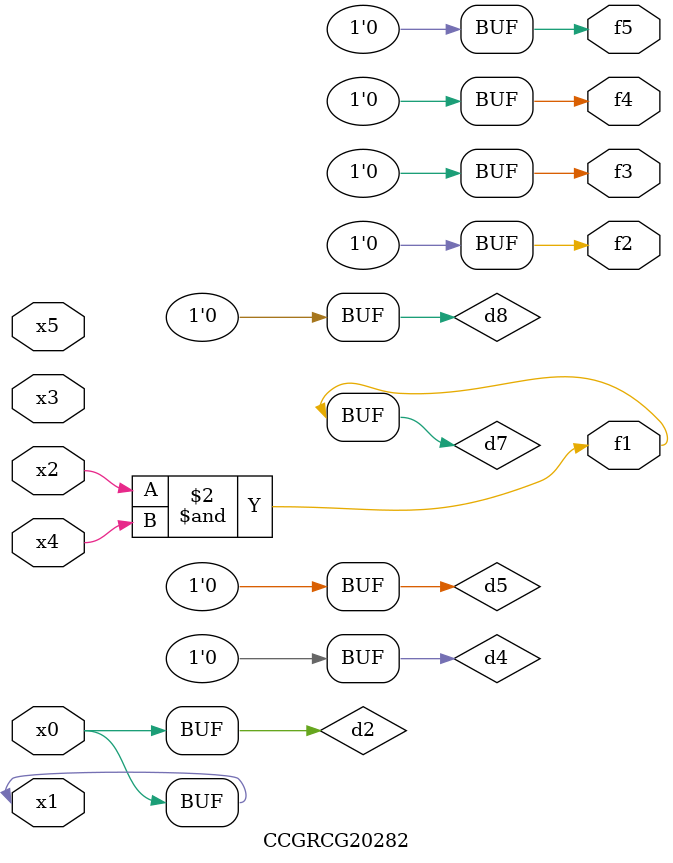
<source format=v>
module CCGRCG20282(
	input x0, x1, x2, x3, x4, x5,
	output f1, f2, f3, f4, f5
);

	wire d1, d2, d3, d4, d5, d6, d7, d8, d9;

	nand (d1, x1);
	buf (d2, x0, x1);
	nand (d3, x2, x4);
	and (d4, d1, d2);
	and (d5, d1, d2);
	nand (d6, d1, d3);
	not (d7, d3);
	xor (d8, d5);
	nor (d9, d5, d6);
	assign f1 = d7;
	assign f2 = d8;
	assign f3 = d8;
	assign f4 = d8;
	assign f5 = d8;
endmodule

</source>
